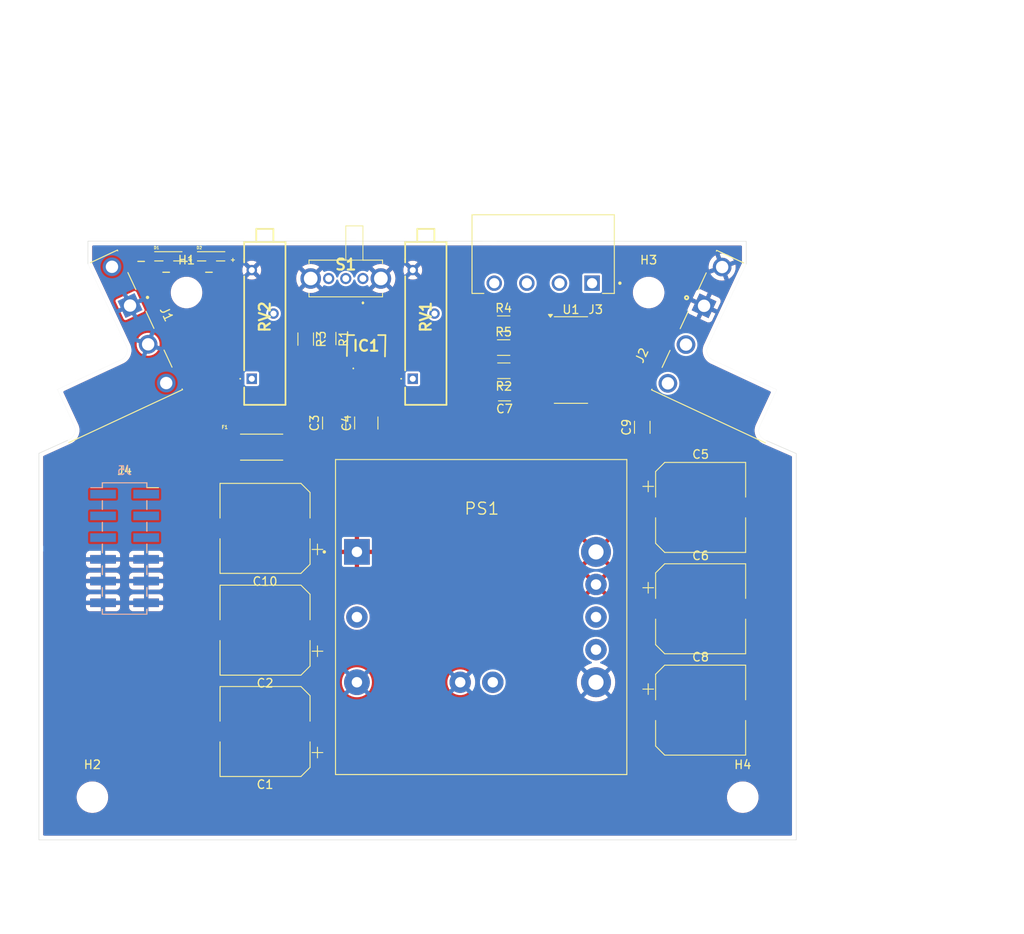
<source format=kicad_pcb>
(kicad_pcb (version 20240108) (generator "pcbnew") (generator_version "8.0")
  (layers (0 "F.Cu" signal) (31 "B.Cu" signal) (34 "B.Paste" user) (35 "F.Paste" user) (36 "B.SilkS" user "B.Silkscreen") (37 "F.SilkS" user "F.Silkscreen") (38 "B.Mask" user) (39 "F.Mask" user) (44 "Edge.Cuts" user))
  (net 0 "")
  (net 1 "GND")
  (net 2 "/PWR OUT")
  (net 3 "/Trim")
  (net 4 "/~{PWR ENABLE}")
  (net 5 "Net-(S1-NO)")
  (net 8 "Net-(S1-NC)")
  (net 9 "/PWR_IN_PROT")
  (net 10 "/I_MON")
  (net 11 "/PWR_IN")
  (net 12 "+5V")
  (net 13 "Net-(PS1-CURRENT_MONITOR)")
  (net 14 "Net-(D1-A)")
  (net 15 "Net-(D2-A)")
  (net 16 "/~{PWR_GOOD}")
  (net 17 "Net-(R1-Pad2)")
  (net 18 "Net-(R3-Pad2)")
  (net 19 "Net-(R4-Pad2)")
  (net 22 "Net-(U1-Pad4)")
  (footprint "PSA:AZ7042RTRG1" (layer "F.Cu") (at 139.99 77.825)
    (property "Reference" "IC1" (at 0 0 0) (layer "F.SilkS") (effects (font (size 1.27 1.27) (thickness 0.254))))
    (property "Value" "ZXTR2005Z-13" (hide yes))
    (fp_line (start -2.2 -1.25) (end -2.25 1.2) (stroke (width 0.2)) (layer "F.SilkS"))
    (fp_line (start -1.5 2.6) (end -1.5 2.6) (stroke (width 0.1)) (layer "F.SilkS"))
    (fp_line (start -1.5 2.7) (end -1.5 2.7) (stroke (width 0.1)) (layer "F.SilkS"))
    (fp_line (start -1.4 -1.25) (end -2.2 -1.25) (stroke (width 0.2)) (layer "F.SilkS"))
    (fp_line (start 1.4 -1.25) (end 2.25 -1.25) (stroke (width 0.2)) (layer "F.SilkS"))
    (fp_line (start 2.25 -1.25) (end 2.2 1.25) (stroke (width 0.2)) (layer "F.SilkS"))
    (fp_arc (start -1.5 2.6) (mid -1.45 2.65) (end -1.5 2.7) (stroke (width 0.1)) (layer "F.SilkS"))
    (fp_arc (start -1.5 2.7) (mid -1.55 2.65) (end -1.5 2.6) (stroke (width 0.1)) (layer "F.SilkS"))
    (pad "1" smd rect (at -1.5 1.4) (size 0.58 1.73) (layers "F.Cu" "F.Paste" "F.Mask") (net 1 "GND"))
    (pad "2" smd rect (at 0 1.515) (size 0.76 1.5) (layers "F.Cu" "F.Paste" "F.Mask") (net 9 "/PWR_IN_PROT"))
    (pad "3" smd rect (at 1.5 1.4) (size 0.58 1.73) (layers "F.Cu" "F.Paste" "F.Mask") (net 12 "+5V"))
    (pad "4" smd rect (at 0 -0.75) (size 1.933 3.03) (layers "F.Cu" "F.Paste" "F.Mask") (net 9 "/PWR_IN_PROT"))
  )
  (footprint "MountingHole:MountingHole_3.2mm_M3_DIN965" (layer "F.Cu") (at 119 71.6)
    (property "Reference" "H1" (at 0 -3.8 0) (layer "F.SilkS"))
    (property "Value" "MountingHole")
    (pad "" np_thru_hole circle (at 0 0) (size 3.2 3.2) (drill 3.2) (layers "*.Cu" "*.Mask"))
  )
  (footprint "PSA:LED_155124RV73200" (layer "F.Cu") (at 116.875 67.375)
    (property "Reference" "D1" (at -1.38603 -1.004671 0) (layer "F.SilkS") (effects (font (size 0.320469 0.320469) (thickness 0.080117))))
    (property "Value" "LED GRN")
    (fp_line (start -1.6 -0.55) (end 1.6 -0.55) (stroke (width 0.127)) (layer "F.SilkS"))
    (fp_line (start -1.6 0.53) (end -0.62 0.53) (stroke (width 0.127)) (layer "F.SilkS"))
    (fp_line (start 1.6 0.53) (end 0.62 0.53) (stroke (width 0.127)) (layer "F.SilkS"))
    (fp_text user "-" (at -0.254221 1.77955 0) (layer "F.SilkS") (effects (font (size 1.000874 1.000874))))
    (fp_text user "+" (at 2.54142 0.381213 0) (layer "F.SilkS") (effects (font (size 0.480269 0.480269))))
    (fp_text user "-" (at -3.17846 0.508553 0) (layer "F.SilkS") (effects (font (size 1.001087 1.001087))))
    (pad "1" smd rect (at 0 0.4) (size 0.9 0.7) (layers "F.Cu" "F.Paste" "F.Mask") (net 1 "GND"))
    (pad "2" smd rect (at 1.5 0) (size 1.2 0.7) (layers "F.Cu" "F.Paste" "F.Mask") (net 14 "Net-(D1-A)"))
    (pad "3" smd rect (at -1.5 0) (size 1.2 0.7) (layers "F.Cu" "F.Paste" "F.Mask"))
  )
  (footprint "Resistor_SMD:R_1206_3216Metric" (layer "F.Cu") (at 156.055 78.035)
    (property "Reference" "R5" (at 0 -1.82 0) (layer "F.SilkS"))
    (property "Value" "10k")
    (fp_line (start -0.727064 -0.91) (end 0.727064 -0.91) (stroke (width 0.12)) (layer "F.SilkS"))
    (fp_line (start -0.727064 0.91) (end 0.727064 0.91) (stroke (width 0.12)) (layer "F.SilkS"))
    (pad "1" smd roundrect (at -1.4625 0) (size 1.125 1.75) (layers "F.Cu" "F.Paste" "F.Mask") (roundrect_rratio 0.222222) (net 19 "Net-(R4-Pad2)"))
    (pad "2" smd roundrect (at 1.4625 0) (size 1.125 1.75) (layers "F.Cu" "F.Paste" "F.Mask") (roundrect_rratio 0.222222) (net 12 "+5V"))
  )
  (footprint "Capacitor_SMD:C_1206_3216Metric" (layer "F.Cu") (at 172.255 87.355 90)
    (property "Reference" "C9" (at 0 -1.85 270) (layer "F.SilkS"))
    (property "Value" "0.1uF")
    (fp_line (start -0.711252 -0.91) (end 0.711252 -0.91) (stroke (width 0.12)) (layer "F.SilkS"))
    (fp_line (start -0.711252 0.91) (end 0.711252 0.91) (stroke (width 0.12)) (layer "F.SilkS"))
    (pad "1" smd roundrect (at -1.475 0 90) (size 1.15 1.8) (layers "F.Cu" "F.Paste" "F.Mask") (roundrect_rratio 0.217391) (net 2 "/PWR OUT"))
    (pad "2" smd roundrect (at 1.475 0 90) (size 1.15 1.8) (layers "F.Cu" "F.Paste" "F.Mask") (roundrect_rratio 0.217391) (net 1 "GND"))
  )
  (footprint "Package_SO:SOIC-14-16_3.9x9.9mm_P1.27mm" (layer "F.Cu") (at 163.925 79.49)
    (property "Reference" "U1" (at 0 -5.9 360) (layer "F.SilkS"))
    (property "Value" "74HC04")
    (fp_line (start 0 -5.06) (end -1.95 -5.06) (stroke (width 0.12)) (layer "F.SilkS"))
    (fp_line (start 0 -5.06) (end 1.95 -5.06) (stroke (width 0.12)) (layer "F.SilkS"))
    (fp_line (start 0 5.06) (end -1.95 5.06) (stroke (width 0.12)) (layer "F.SilkS"))
    (fp_line (start 0 5.06) (end 1.95 5.06) (stroke (width 0.12)) (layer "F.SilkS"))
    (fp_poly (pts (xy -2.4 -5) (xy -2.64 -5.33) (xy -2.16 -5.33) (xy -2.4 -5)) (stroke (width 0.12)) (fill solid) (layer "F.SilkS"))
    (pad "1" smd roundrect (at -2.475 -4.445) (size 1.95 0.6) (layers "F.Cu" "F.Paste" "F.Mask") (net 16 "/~{PWR_GOOD}"))
    (pad "3" smd roundrect (at -2.475 -1.905) (size 1.95 0.6) (layers "F.Cu" "F.Paste" "F.Mask") (net 16 "/~{PWR_GOOD}"))
    (pad "4" smd roundrect (at -2.475 -0.635) (size 1.95 0.6) (layers "F.Cu" "F.Paste" "F.Mask") (net 22 "Net-(U1-Pad4)"))
    (pad "5" smd roundrect (at -2.475 0.635) (size 1.95 0.6) (layers "F.Cu" "F.Paste" "F.Mask") (net 22 "Net-(U1-Pad4)"))
    (pad "6" smd roundrect (at -2.475 1.905) (size 1.95 0.6) (layers "F.Cu" "F.Paste" "F.Mask") (net 18 "Net-(R3-Pad2)"))
    (pad "7" smd roundrect (at -2.475 3.175) (size 1.95 0.6) (layers "F.Cu" "F.Paste" "F.Mask") (net 1 "GND"))
    (pad "8" smd roundrect (at -2.475 4.445) (size 1.95 0.6) (layers "F.Cu" "F.Paste" "F.Mask"))
    (pad "9" smd roundrect (at 2.475 4.445) (size 1.95 0.6) (layers "F.Cu" "F.Paste" "F.Mask"))
    (pad "10" smd roundrect (at 2.475 3.175) (size 1.95 0.6) (layers "F.Cu" "F.Paste" "F.Mask"))
    (pad "11" smd roundrect (at 2.475 1.905) (size 1.95 0.6) (layers "F.Cu" "F.Paste" "F.Mask"))
    (pad "12" smd roundrect (at 2.475 0.635) (size 1.95 0.6) (layers "F.Cu" "F.Paste" "F.Mask"))
    (pad "14" smd roundrect (at 2.475 -1.905) (size 1.95 0.6) (layers "F.Cu" "F.Paste" "F.Mask") (net 12 "+5V"))
    (pad "15" smd roundrect (at 2.475 -3.175) (size 1.95 0.6) (layers "F.Cu" "F.Paste" "F.Mask"))
    (pad "16" smd roundrect (at 2.475 -4.445) (size 1.95 0.6) (layers "F.Cu" "F.Paste" "F.Mask"))
  )
  (footprint "Resistor_SMD:R_1206_3216Metric" (layer "F.Cu") (at 135.545 76.975 -90)
    (property "Reference" "R1" (at 0 -1.82 90) (layer "F.SilkS"))
    (property "Value" "1k")
    (fp_line (start -0.727064 0.91) (end 0.727064 0.91) (stroke (width 0.12)) (layer "F.SilkS"))
    (fp_line (start -0.727064 -0.91) (end 0.727064 -0.91) (stroke (width 0.12)) (layer "F.SilkS"))
    (pad "1" smd roundrect (at -1.4625 0 270) (size 1.125 1.75) (layers "F.Cu" "F.Paste" "F.Mask") (roundrect_rratio 0.222222) (net 14 "Net-(D1-A)"))
    (pad "2" smd roundrect (at 1.4625 0 270) (size 1.125 1.75) (layers "F.Cu" "F.Paste" "F.Mask") (roundrect_rratio 0.222222) (net 17 "Net-(R1-Pad2)"))
  )
  (footprint "PSA:3009P1154LF" (layer "F.Cu") (at 145.437 81.681 90)
    (property "Reference" "RV1" (at 7.235 1.525 270) (layer "F.SilkS") (effects (font (size 1.27 1.27) (thickness 0.254))))
    (property "Value" "4k" (hide yes))
    (fp_line (start 0 -1.4) (end 0 -1.4) (stroke (width 0.1)) (layer "F.SilkS"))
    (fp_line (start 0 -1.3) (end 0 -1.3) (stroke (width 0.1)) (layer "F.SilkS"))
    (fp_line (start 16 -0.89) (end 16 3.94) (stroke (width 0.2)) (layer "F.SilkS"))
    (fp_line (start 14 -0.89) (end 13.6 -0.89) (stroke (width 0.2)) (layer "F.SilkS"))
    (fp_line (start 13.975 -0.89) (end 16 -0.89) (stroke (width 0.2)) (layer "F.SilkS"))
    (fp_line (start 0.975 -0.89) (end 11.975 -0.89) (stroke (width 0.2)) (layer "F.SilkS"))
    (fp_line (start -3.05 -0.89) (end -1.025 -0.89) (stroke (width 0.2)) (layer "F.SilkS"))
    (fp_line (start 17.52 0.525) (end 16 0.525) (stroke (width 0.2)) (layer "F.SilkS"))
    (fp_line (start 17.52 2.525) (end 17.52 0.525) (stroke (width 0.2)) (layer "F.SilkS"))
    (fp_line (start 16 2.525) (end 17.52 2.525) (stroke (width 0.2)) (layer "F.SilkS"))
    (fp_line (start 16 3.94) (end -3.05 3.94) (stroke (width 0.2)) (layer "F.SilkS"))
    (fp_line (start -3.05 3.94) (end -3.05 -0.89) (stroke (width 0.2)) (layer "F.SilkS"))
    (fp_arc (start 0 -1.4) (mid 0.05 -1.35) (end 0 -1.3) (stroke (width 0.1)) (layer "F.SilkS"))
    (fp_arc (start 0 -1.3) (mid -0.05 -1.35) (end 0 -1.4) (stroke (width 0.1)) (layer "F.SilkS"))
    (pad "1" thru_hole rect (at 0 0 90) (size 1.217 1.217) (drill 0.71) (layers "*.Cu" "*.Mask"))
    (pad "2" thru_hole circle (at 7.62 2.54 90) (size 1.217 1.217) (drill 0.71) (layers "*.Cu" "*.Mask") (net 5 "Net-(S1-NO)"))
    (pad "3" thru_hole circle (at 12.7 0 90) (size 1.217 1.217) (drill 0.71) (layers "*.Cu" "*.Mask") (net 1 "GND"))
  )
  (footprint "Resistor_SMD:R_1206_3216Metric" (layer "F.Cu") (at 156.055 75.245)
    (property "Reference" "R4" (at 0 -1.82 0) (layer "F.SilkS"))
    (property "Value" "10k")
    (fp_line (start -0.727064 -0.91) (end 0.727064 -0.91) (stroke (width 0.12)) (layer "F.SilkS"))
    (fp_line (start -0.727064 0.91) (end 0.727064 0.91) (stroke (width 0.12)) (layer "F.SilkS"))
    (pad "1" smd roundrect (at -1.4625 0) (size 1.125 1.75) (layers "F.Cu" "F.Paste" "F.Mask") (roundrect_rratio 0.222222) (net 16 "/~{PWR_GOOD}"))
    (pad "2" smd roundrect (at 1.4625 0) (size 1.125 1.75) (layers "F.Cu" "F.Paste" "F.Mask") (roundrect_rratio 0.222222) (net 19 "Net-(R4-Pad2)"))
  )
  (footprint "PSA:CONV_I7C4W008A120V-0C3-R" (layer "F.Cu") (at 138.91 101.925)
    (property "Reference" "PS1" (at 14.596 -5.06 180) (layer "F.SilkS") (effects (font (size 1.4 1.4))))
    (property "Value" "I7C4W008A120V-0C3-R")
    (fp_line (start -2.5 -10.8) (end -2.5 26.03) (stroke (width 0.127)) (layer "F.SilkS"))
    (fp_line (start -2.5 26.03) (end 31.54 26.03) (stroke (width 0.127)) (layer "F.SilkS"))
    (fp_line (start 31.54 -10.8) (end -2.5 -10.8) (stroke (width 0.127)) (layer "F.SilkS"))
    (fp_line (start 31.54 26.03) (end 31.54 -10.8) (stroke (width 0.127)) (layer "F.SilkS"))
    (fp_circle (center -3.81 0) (end -3.71 0) (stroke (width 0.2)) (fill none) (layer "F.SilkS"))
    (pad "1" thru_hole rect (at 0 0) (size 3 3) (drill 1.22) (layers "*.Cu" "*.Mask") (net 9 "/PWR_IN_PROT"))
    (pad "2" thru_hole circle (at 0 7.62) (size 2.5 2.5) (drill 1.22) (layers "*.Cu" "*.Mask") (net 4 "/~{PWR ENABLE}"))
    (pad "3" thru_hole circle (at 0 15.24) (size 3 3) (drill 1.22) (layers "*.Cu" "*.Mask") (net 1 "GND"))
    (pad "4" thru_hole circle (at 27.94 15.24) (size 3.5 3.5) (drill 1.77) (layers "*.Cu" "*.Mask") (net 1 "GND"))
    (pad "5" thru_hole circle (at 27.94 11.43) (size 2.5 2.5) (drill 1.22) (layers "*.Cu" "*.Mask") (net 16 "/~{PWR_GOOD}"))
    (pad "6" thru_hole circle (at 27.94 7.62) (size 2.5 2.5) (drill 1.22) (layers "*.Cu" "*.Mask") (net 3 "/Trim"))
    (pad "7" thru_hole circle (at 27.94 3.81) (size 2.5 2.5) (drill 1.22) (layers "*.Cu" "*.Mask") (net 2 "/PWR OUT"))
    (pad "8" thru_hole circle (at 27.94 0) (size 3.5 3.5) (drill 1.77) (layers "*.Cu" "*.Mask") (net 2 "/PWR OUT"))
    (pad "32" thru_hole circle (at 12.07 15.24) (size 2.5 2.5) (drill 1.22) (layers "*.Cu" "*.Mask") (net 1 "GND"))
    (pad "34" thru_hole circle (at 15.88 15.24) (size 2.5 2.5) (drill 1.22) (layers "*.Cu" "*.Mask") (net 13 "Net-(PS1-CURRENT_MONITOR)"))
  )
  (footprint "Capacitor_SMD:CP_Elec_10x12.6" (layer "F.Cu") (at 179.075 108.575)
    (property "Reference" "C6" (at 0 -6.2 0) (layer "F.SilkS"))
    (property "Value" "100uF")
    (fp_line (start -6.75 -2.46) (end -5.5 -2.46) (stroke (width 0.12)) (layer "F.SilkS"))
    (fp_line (start -6.125 -3.085) (end -6.125 -1.835) (stroke (width 0.12)) (layer "F.SilkS"))
    (fp_line (start -5.26 -4.195563) (end -5.26 -1.21) (stroke (width 0.12)) (layer "F.SilkS"))
    (fp_line (start -5.26 -4.195563) (end -4.195563 -5.26) (stroke (width 0.12)) (layer "F.SilkS"))
    (fp_line (start -5.26 4.195563) (end -5.26 1.21) (stroke (width 0.12)) (layer "F.SilkS"))
    (fp_line (start -5.26 4.195563) (end -4.195563 5.26) (stroke (width 0.12)) (layer "F.SilkS"))
    (fp_line (start -4.195563 -5.26) (end 5.26 -5.26) (stroke (width 0.12)) (layer "F.SilkS"))
    (fp_line (start -4.195563 5.26) (end 5.26 5.26) (stroke (width 0.12)) (layer "F.SilkS"))
    (fp_line (start 5.26 -5.26) (end 5.26 -1.21) (stroke (width 0.12)) (layer "F.SilkS"))
    (fp_line (start 5.26 5.26) (end 5.26 1.21) (stroke (width 0.12)) (layer "F.SilkS"))
    (pad "1" smd roundrect (at -4.35 0) (size 4.4 1.9) (layers "F.Cu" "F.Paste" "F.Mask") (roundrect_rratio 0.131579) (net 2 "/PWR OUT"))
    (pad "2" smd roundrect (at 4.35 0) (size 4.4 1.9) (layers "F.Cu" "F.Paste" "F.Mask") (roundrect_rratio 0.131579) (net 1 "GND"))
  )
  (footprint "PSA:EG1247" (layer "F.Cu") (at 139.61 69.96 180)
    (property "Reference" "S1" (at 2 1.625 180) (layer "F.SilkS") (effects (font (size 1.27 1.27) (thickness 0.254))))
    (property "Value" "EG1247" (hide yes))
    (fp_line (start 6.3 2.15) (end 6.3 2.15) (stroke (width 0.1)) (layer "F.SilkS"))
    (fp_line (start 6.3 2.15) (end 6.3 2.15) (stroke (width 0.1)) (layer "F.SilkS"))
    (fp_line (start 6.3 2.15) (end 6.3 1.75) (stroke (width 0.1)) (layer "F.SilkS"))
    (fp_line (start 6.3 2.15) (end 2 2.15) (stroke (width 0.1)) (layer "F.SilkS"))
    (fp_line (start 6.3 1.75) (end 6.3 2.15) (stroke (width 0.1)) (layer "F.SilkS"))
    (fp_line (start 6.3 1.75) (end 6.3 1.75) (stroke (width 0.1)) (layer "F.SilkS"))
    (fp_line (start 6.3 -1.75) (end 6.3 -1.75) (stroke (width 0.1)) (layer "F.SilkS"))
    (fp_line (start 6.3 -1.75) (end 6.3 -2.15) (stroke (width 0.1)) (layer "F.SilkS"))
    (fp_line (start 6.3 -2.15) (end 6.3 -1.75) (stroke (width 0.1)) (layer "F.SilkS"))
    (fp_line (start 6.3 -2.15) (end 6.3 -2.15) (stroke (width 0.1)) (layer "F.SilkS"))
    (fp_line (start 6.3 -2.15) (end 6.3 -2.15) (stroke (width 0.1)) (layer "F.SilkS"))
    (fp_line (start 6.3 -2.15) (end -2.3 -2.15) (stroke (width 0.1)) (layer "F.SilkS"))
    (fp_line (start 2 6.15) (end 0 6.15) (stroke (width 0.1)) (layer "F.SilkS"))
    (fp_line (start 2 2.15) (end 6.3 2.15) (stroke (width 0.1)) (layer "F.SilkS"))
    (fp_line (start 2 2.15) (end 2 6.15) (stroke (width 0.1)) (layer "F.SilkS"))
    (fp_line (start 2 2.15) (end 2 2.15) (stroke (width 0.1)) (layer "F.SilkS"))
    (fp_line (start 0 6.15) (end 0 2.15) (stroke (width 0.1)) (layer "F.SilkS"))
    (fp_line (start 0 2.15) (end 2 2.15) (stroke (width 0.1)) (layer "F.SilkS"))
    (fp_line (start 0 2.15) (end 0 2.15) (stroke (width 0.1)) (layer "F.SilkS"))
    (fp_line (start 0 2.15) (end -2.3 2.15) (stroke (width 0.1)) (layer "F.SilkS"))
    (fp_line (start 0 -2.8) (end 0 -2.8) (stroke (width 0.2)) (layer "F.SilkS"))
    (fp_line (start 0 -2.9) (end 0 -2.9) (stroke (width 0.2)) (layer "F.SilkS"))
    (fp_line (start 0 -2.9) (end 0 -2.9) (stroke (width 0.2)) (layer "F.SilkS"))
    (fp_line (start -2.3 2.15) (end 0 2.15) (stroke (width 0.1)) (layer "F.SilkS"))
    (fp_line (start -2.3 2.15) (end -2.3 2.15) (stroke (width 0.1)) (layer "F.SilkS"))
    (fp_line (start -2.3 2.15) (end -2.3 2.15) (stroke (width 0.1)) (layer "F.SilkS"))
    (fp_line (start -2.3 2.15) (end -2.3 1.75) (stroke (width 0.1)) (layer "F.SilkS"))
    (fp_line (start -2.3 1.75) (end -2.3 2.15) (stroke (width 0.1)) (layer "F.SilkS"))
    (fp_line (start -2.3 1.75) (end -2.3 1.75) (stroke (width 0.1)) (layer "F.SilkS"))
    (fp_line (start -2.3 -1.75) (end -2.3 -1.75) (stroke (width 0.1)) (layer "F.SilkS"))
    (fp_line (start -2.3 -1.75) (end -2.3 -2.15) (stroke (width 0.1)) (layer "F.SilkS"))
    (fp_line (start -2.3 -2.15) (end 6.3 -2.15) (stroke (width 0.1)) (layer "F.SilkS"))
    (fp_line (start -2.3 -2.15) (end -2.3 -1.75) (stroke (width 0.1)) (layer "F.SilkS"))
    (fp_line (start -2.3 -2.15) (end -2.3 -2.15) (stroke (width 0.1)) (layer "F.SilkS"))
    (fp_line (start -2.3 -2.15) (end -2.3 -2.15) (stroke (width 0.1)) (layer "F.SilkS"))
    (fp_arc (start 0 -2.8) (mid -0.05 -2.85) (end 0 -2.9) (stroke (width 0.2)) (layer "F.SilkS"))
    (fp_arc (start 0 -2.8) (mid -0.05 -2.85) (end 0 -2.9) (stroke (width 0.2)) (layer "F.SilkS"))
    (fp_arc (start 0 -2.9) (mid 0.05 -2.85) (end 0 -2.8) (stroke (width 0.2)) (layer "F.SilkS"))
    (pad "1" thru_hole circle (at 0 0 180) (size 1.3 1.3) (drill 0.8) (layers "*.Cu" "*.Mask") (net 5 "Net-(S1-NO)"))
    (pad "2" thru_hole circle (at 2 0 180) (size 1.3 1.3) (drill 0.8) (layers "*.Cu" "*.Mask") (net 3 "/Trim"))
    (pad "3" thru_hole circle (at 4 0 180) (size 1.3 1.3) (drill 0.8) (layers "*.Cu" "*.Mask") (net 8 "Net-(S1-NC)"))
    (pad "MH1" thru_hole circle (at -2.1 0 180) (size 2.4 2.4) (drill 1.6) (layers "*.Cu" "*.Mask") (net 1 "GND"))
    (pad "MH2" thru_hole circle (at 6.1 0 180) (size 2.4 2.4) (drill 1.6) (layers "*.Cu" "*.Mask") (net 1 "GND"))
  )
  (footprint "PSA:PHOENIX_2907787" (layer "F.Cu") (at 186.625 89.175 65)
    (property "Reference" "J2" (at 3.175 -17.385 65) (layer "F.SilkS"))
    (property "Value" "Screw_Terminal_01x04")
    (fp_line (start 0 -14.65) (end 0.099 -14.65) (stroke (width 0.127)) (layer "F.SilkS"))
    (fp_line (start 2.900999 -14.65) (end 5.099 -14.65) (stroke (width 0.127)) (layer "F.SilkS"))
    (fp_line (start 7.901 -14.65) (end 10.099 -14.65) (stroke (width 0.127)) (layer "F.SilkS"))
    (fp_line (start 12.901 -14.65) (end 15.099 -14.65) (stroke (width 0.127)) (layer "F.SilkS"))
    (fp_line (start 17.901 -14.65) (end 18 -14.65) (stroke (width 0.127)) (layer "F.SilkS"))
    (fp_line (start 18 -14.65) (end 18 -11.17) (stroke (width 0.127)) (layer "F.SilkS"))
    (fp_line (start 0 0) (end 0 -14.65) (stroke (width 0.127)) (layer "F.SilkS"))
    (fp_circle (center 11.5 -15.5) (end 11.6 -15.5) (stroke (width 0.2)) (fill none) (layer "F.SilkS"))
    (fp_line (start 6.2 -9.65) (end 6.2 -1.4) (stroke (width 0.01)) (layer "Edge.Cuts"))
    (fp_line (start 18 -10.85) (end 7.4 -10.85) (stroke (width 0.01)) (layer "Edge.Cuts"))
    (fp_line (start 0.3 -0.2) (end 0.299999 0) (stroke (width 0.01)) (layer "Edge.Cuts"))
    (fp_line (start 6.2 -1.4) (end 1.5 -1.4) (stroke (width 0.01)) (layer "Edge.Cuts"))
    (fp_arc (start 6.2 -9.65) (mid 6.551472 -10.498528) (end 7.4 -10.85) (stroke (width 0.01)) (layer "Edge.Cuts"))
    (fp_arc (start 0.3 -0.2) (mid 0.651472 -1.048528) (end 1.5 -1.4) (stroke (width 0.01)) (layer "Edge.Cuts"))
    (pad "1" thru_hole rect (at 11.500001 -13.25 65) (size 2.175 2.175) (drill 1.45) (layers "*.Cu" "*.Mask") (net 1 "GND"))
    (pad "2" thru_hole circle (at 16.5 -13.25 65) (size 2.175 2.175) (drill 1.45) (layers "*.Cu" "*.Mask") (net 1 "GND"))
    (pad "3" thru_hole circle (at 6.500001 -13.25 65) (size 2.175 2.175) (drill 1.45) (layers "*.Cu" "*.Mask") (net 2 "/PWR OUT"))
    (pad "4" thru_hole circle (at 1.5 -13.25 65) (size 2.175 2.175) (drill 1.45) (layers "*.Cu" "*.Mask") (net 2 "/PWR OUT"))
  )
  (footprint "Resistor_SMD:R_1206_3216Metric" (layer "F.Cu") (at 132.925 77.045 -90)
    (property "Reference" "R3" (at 0 -1.82 90) (layer "F.SilkS"))
    (property "Value" "1k")
    (fp_line (start -0.727064 0.91) (end 0.727064 0.91) (stroke (width 0.12)) (layer "F.SilkS"))
    (fp_line (start -0.727064 -0.91) (end 0.727064 -0.91) (stroke (width 0.12)) (layer "F.SilkS"))
    (pad "1" smd roundrect (at -1.4625 0 270) (size 1.125 1.75) (layers "F.Cu" "F.Paste" "F.Mask") (roundrect_rratio 0.222222) (net 15 "Net-(D2-A)"))
    (pad "2" smd roundrect (at 1.4625 0 270) (size 1.125 1.75) (layers "F.Cu" "F.Paste" "F.Mask") (roundrect_rratio 0.222222) (net 18 "Net-(R3-Pad2)"))
  )
  (footprint "Resistor_SMD:R_1206_3216Metric" (layer "F.Cu") (at 156.085 80.745 180)
    (property "Reference" "R2" (at 0 -1.82 180) (layer "F.SilkS"))
    (property "Value" "1k")
    (fp_line (start -0.727064 0.91) (end 0.727064 0.91) (stroke (width 0.12)) (layer "F.SilkS"))
    (fp_line (start -0.727064 -0.91) (end 0.727064 -0.91) (stroke (width 0.12)) (layer "F.SilkS"))
    (pad "1" smd roundrect (at -1.4625 0 180) (size 1.125 1.75) (layers "F.Cu" "F.Paste" "F.Mask") (roundrect_rratio 0.222222) (net 10 "/I_MON"))
    (pad "2" smd roundrect (at 1.4625 0 180) (size 1.125 1.75) (layers "F.Cu" "F.Paste" "F.Mask") (roundrect_rratio 0.222222) (net 13 "Net-(PS1-CURRENT_MONITOR)"))
  )
  (footprint "Capacitor_SMD:CP_Elec_10x12.6" (layer "F.Cu") (at 179.075 96.725)
    (property "Reference" "C5" (at 0 -6.2 0) (layer "F.SilkS"))
    (property "Value" "100uF")
    (fp_line (start -6.75 -2.46) (end -5.5 -2.46) (stroke (width 0.12)) (layer "F.SilkS"))
    (fp_line (start -6.125 -3.085) (end -6.125 -1.835) (stroke (width 0.12)) (layer "F.SilkS"))
    (fp_line (start -5.26 -4.195563) (end -5.26 -1.21) (stroke (width 0.12)) (layer "F.SilkS"))
    (fp_line (start -5.26 -4.195563) (end -4.195563 -5.26) (stroke (width 0.12)) (layer "F.SilkS"))
    (fp_line (start -5.26 4.195563) (end -5.26 1.21) (stroke (width 0.12)) (layer "F.SilkS"))
    (fp_line (start -5.26 4.195563) (end -4.195563 5.26) (stroke (width 0.12)) (layer "F.SilkS"))
    (fp_line (start -4.195563 -5.26) (end 5.26 -5.26) (stroke (width 0.12)) (layer "F.SilkS"))
    (fp_line (start -4.195563 5.26) (end 5.26 5.26) (stroke (width 0.12)) (layer "F.SilkS"))
    (fp_line (start 5.26 -5.26) (end 5.26 -1.21) (stroke (width 0.12)) (layer "F.SilkS"))
    (fp_line (start 5.26 5.26) (end 5.26 1.21) (stroke (width 0.12)) (layer "F.SilkS"))
    (pad "1" smd roundrect (at -4.35 0) (size 4.4 1.9) (layers "F.Cu" "F.Paste" "F.Mask") (roundrect_rratio 0.131579) (net 2 "/PWR OUT"))
    (pad "2" smd roundrect (at 4.35 0) (size 4.4 1.9) (layers "F.Cu" "F.Paste" "F.Mask") (roundrect_rratio 0.131579) (net 1 "GND"))
  )
  (footprint "MountingHole:MountingHole_3.2mm_M3_DIN965" (layer "F.Cu") (at 108 130.6)
    (property "Reference" "H2" (at 0 -3.8 0) (layer "F.SilkS"))
    (property "Value" "MountingHole")
    (pad "" np_thru_hole circle (at 0 0) (size 3.2 3.2) (drill 3.2) (layers "*.Cu" "*.Mask"))
  )
  (footprint "PSA:FUSC9830X318N" (layer "F.Cu") (at 127.775 89.675)
    (property "Reference" "F1" (at -4.31 -2.33 360) (layer "F.SilkS") (effects (font (size 0.393701 0.393701))))
    (property "Value" "Fuse")
    (fp_line (start -2.47 -1.52) (end 2.47 -1.52) (stroke (width 0.127)) (layer "F.SilkS"))
    (fp_line (start -2.47 1.52) (end 2.47 1.52) (stroke (width 0.127)) (layer "F.SilkS"))
    (pad "1" smd rect (at -4.047 0) (size 2.62 3.2) (layers "F.Cu" "F.Paste" "F.Mask") (net 11 "/PWR_IN"))
    (pad "2" smd rect (at 4.047 0) (size 2.62 3.2) (layers "F.Cu" "F.Paste" "F.Mask") (net 9 "/PWR_IN_PROT"))
  )
  (footprint "Capacitor_SMD:C_1210_3225Metric" (layer "F.Cu") (at 136.255 86.855 90)
    (property "Reference" "C3" (at 0 -2.3 270) (layer "F.SilkS"))
    (property "Value" "10uF")
    (fp_line (start -0.711252 -1.36) (end 0.711252 -1.36) (stroke (width 0.12)) (layer "F.SilkS"))
    (fp_line (start -0.711252 1.36) (end 0.711252 1.36) (stroke (width 0.12)) (layer "F.SilkS"))
    (pad "1" smd roundrect (at -1.475 0 90) (size 1.15 2.7) (layers "F.Cu" "F.Paste" "F.Mask") (roundrect_rratio 0.217391) (net 9 "/PWR_IN_PROT"))
    (pad "2" smd roundrect (at 1.475 0 90) (size 1.15 2.7) (layers "F.Cu" "F.Paste" "F.Mask") (roundrect_rratio 0.217391) (net 1 "GND"))
  )
  (footprint "Capacitor_SMD:CP_Elec_10x12.6" (layer "F.Cu") (at 179.075 120.425)
    (property "Reference" "C8" (at 0 -6.2 0) (layer "F.SilkS"))
    (property "Value" "100uF")
    (fp_line (start -6.75 -2.46) (end -5.5 -2.46) (stroke (width 0.12)) (layer "F.SilkS"))
    (fp_line (start -6.125 -3.085) (end -6.125 -1.835) (stroke (width 0.12)) (layer "F.SilkS"))
    (fp_line (start -5.26 -4.195563) (end -5.26 -1.21) (stroke (width 0.12)) (layer "F.SilkS"))
    (fp_line (start -5.26 -4.195563) (end -4.195563 -5.26) (stroke (width 0.12)) (layer "F.SilkS"))
    (fp_line (start -5.26 4.195563) (end -5.26 1.21) (stroke (width 0.12)) (layer "F.SilkS"))
    (fp_line (start -5.26 4.195563) (end -4.195563 5.26) (stroke (width 0.12)) (layer "F.SilkS"))
    (fp_line (start -4.195563 -5.26) (end 5.26 -5.26) (stroke (width 0.12)) (layer "F.SilkS"))
    (fp_line (start -4.195563 5.26) (end 5.26 5.26) (stroke (width 0.12)) (layer "F.SilkS"))
    (fp_line (start 5.26 -5.26) (end 5.26 -1.21) (stroke (width 0.12)) (layer "F.SilkS"))
    (fp_line (start 5.26 5.26) (end 5.26 1.21) (stroke (width 0.12)) (layer "F.SilkS"))
    (pad "1" smd roundrect (at -4.35 0) (size 4.4 1.9) (layers "F.Cu" "F.Paste" "F.Mask") (roundrect_rratio 0.131579) (net 2 "/PWR OUT"))
    (pad "2" smd roundrect (at 4.35 0) (size 4.4 1.9) (layers "F.Cu" "F.Paste" "F.Mask") (roundrect_rratio 0.131579) (net 1 "GND"))
  )
  (footprint "MountingHole:MountingHole_3.2mm_M3_DIN965" (layer "F.Cu") (at 173 71.6)
    (property "Reference" "H3" (at 0 -3.8 0) (layer "F.SilkS"))
    (property "Value" "MountingHole")
    (pad "" np_thru_hole circle (at 0 0) (size 3.2 3.2) (drill 3.2) (layers "*.Cu" "*.Mask"))
  )
  (footprint "Connector_PinSocket_2.54mm:PinSocket_2x06_P2.54mm_Vertical_SMD" (layer "F.Cu") (at 111.765 101.525)
    (property "Reference" "J4" (at 0 -9.12 0) (layer "F.SilkS"))
    (property "Value" "Conn_02x06_Top_Bottom")
    (fp_line (start -2.6 -7.68) (end -2.6 -7.11) (stroke (width 0.12)) (layer "F.SilkS"))
    (fp_line (start -2.6 -7.68) (end 2.6 -7.68) (stroke (width 0.12)) (layer "F.SilkS"))
    (fp_line (start -2.6 -5.59) (end -2.6 -4.57) (stroke (width 0.12)) (layer "F.SilkS"))
    (fp_line (start -2.6 -3.05) (end -2.6 -2.03) (stroke (width 0.12)) (layer "F.SilkS"))
    (fp_line (start -2.6 -0.51) (end -2.6 0.51) (stroke (width 0.12)) (layer "F.SilkS"))
    (fp_line (start -2.6 2.03) (end -2.6 3.05) (stroke (width 0.12)) (layer "F.SilkS"))
    (fp_line (start -2.6 4.57) (end -2.6 5.59) (stroke (width 0.12)) (layer "F.SilkS"))
    (fp_line (start -2.6 7.11) (end -2.6 7.68) (stroke (width 0.12)) (layer "F.SilkS"))
    (fp_line (start -2.6 7.68) (end 2.6 7.68) (stroke (width 0.12)) (layer "F.SilkS"))
    (fp_line (start 2.6 -7.68) (end 2.6 -7.11) (stroke (width 0.12)) (layer "F.SilkS"))
    (fp_line (start 2.6 -7.11) (end 3.96 -7.11) (stroke (width 0.12)) (layer "F.SilkS"))
    (fp_line (start 2.6 -5.59) (end 2.6 -4.57) (stroke (width 0.12)) (layer "F.SilkS"))
    (fp_line (start 2.6 -3.05) (end 2.6 -2.03) (stroke (width 0.12)) (layer "F.SilkS"))
    (fp_line (start 2.6 -0.51) (end 2.6 0.51) (stroke (width 0.12)) (layer "F.SilkS"))
    (fp_line (start 2.6 2.03) (end 2.6 3.05) (stroke (width 0.12)) (layer "F.SilkS"))
    (fp_line (start 2.6 4.57) (end 2.6 5.59) (stroke (width 0.12)) (layer "F.SilkS"))
    (fp_line (start 2.6 7.11) (end 2.6 7.68) (stroke (width 0.12)) (layer "F.SilkS"))
    (pad "1" smd rect (at 2.52 -6.35) (size 3 1) (layers "F.Cu" "F.Paste" "F.Mask") (net 11 "/PWR_IN"))
    (pad "2" smd rect (at -2.52 -6.35) (size 3 1) (layers "F.Cu" "F.Paste" "F.Mask") (net 11 "/PWR_IN"))
    (pad "3" smd rect (at 2.52 -3.81) (size 3 1) (layers "F.Cu" "F.Paste" "F.Mask") (net 11 "/PWR_IN"))
    (pad "4" smd rect (at -2.52 -3.81) (size 3 1) (layers "F.Cu" "F.Paste" "F.Mask") (net 11 "/PWR_IN"))
    (pad "5" smd rect (at 2.52 -1.27) (size 3 1) (layers "F.Cu" "F.Paste" "F.Mask") (net 11 "/PWR_IN"))
    (pad "6" smd rect (at -2.52 -1.27) (size 3 1) (layers "F.Cu" "F.Paste" "F.Mask") (net 11 "/PWR_IN"))
    (pad "7" smd rect (at 2.52 1.27) (size 3 1) (layers "F.Cu" "F.Paste" "F.Mask") (net 1 "GND"))
    (pad "8" smd rect (at -2.52 1.27) (size 3 1) (layers "F.Cu" "F.Paste" "F.Mask") (net 1 "GND"))
    (pad "9" smd rect (at 2.52 3.81) (size 3 1) (layers "F.Cu" "F.Paste" "F.Mask") (net 1 "GND"))
    (pad "10" smd rect (at -2.52 3.81) (size 3 1) (layers "F.Cu" "F.Paste" "F.Mask") (net 1 "GND"))
    (pad "11" smd rect (at 2.52 6.35) (size 3 1) (layers "F.Cu" "F.Paste" "F.Mask") (net 1 "GND"))
    (pad "12" smd rect (at -2.52 6.35) (size 3 1) (layers "F.Cu" "F.Paste" "F.Mask") (net 1 "GND"))
  )
  (footprint "Capacitor_SMD:C_1206_3216Metric" (layer "F.Cu") (at 156.155 83.355 180)
    (property "Reference" "C7" (at 0 -1.85 180) (layer "F.SilkS"))
    (property "Value" "0.1uF")
    (fp_line (start -0.711252 0.91) (end 0.711252 0.91) (stroke (width 0.12)) (layer "F.SilkS"))
    (fp_line (start -0.711252 -0.91) (end 0.711252 -0.91) (stroke (width 0.12)) (layer "F.SilkS"))
    (pad "1" smd roundrect (at -1.475 0 180) (size 1.15 1.8) (layers "F.Cu" "F.Paste" "F.Mask") (roundrect_rratio 0.217391) (net 10 "/I_MON"))
    (pad "2" smd roundrect (at 1.475 0 180) (size 1.15 1.8) (layers "F.Cu" "F.Paste" "F.Mask") (roundrect_rratio 0.217391) (net 1 "GND"))
  )
  (footprint "Capacitor_SMD:C_1210_3225Metric" (layer "F.Cu") (at 140.005 86.855 90)
    (property "Reference" "C4" (at 0 -2.3 270) (layer "F.SilkS"))
    (property "Value" "10uF")
    (fp_line (start -0.711252 -1.36) (end 0.711252 -1.36) (stroke (width 0.12)) (layer "F.SilkS"))
    (fp_line (start -0.711252 1.36) (end 0.711252 1.36) (stroke (width 0.12)) (layer "F.SilkS"))
    (pad "1" smd roundrect (at -1.475 0 90) (size 1.15 2.7) (layers "F.Cu" "F.Paste" "F.Mask") (roundrect_rratio 0.217391) (net 9 "/PWR_IN_PROT"))
    (pad "2" smd roundrect (at 1.475 0 90) (size 1.15 2.7) (layers "F.Cu" "F.Paste" "F.Mask") (roundrect_rratio 0.217391) (net 1 "GND"))
  )
  (footprint "PSA:PHOENIX_1803293" (layer "F.Cu") (at 168.99 62.505 180)
    (property "Reference" "J3" (at 2.175 -11.085 180) (layer "F.SilkS"))
    (property "Value" "Conn_01x04_Socket")
    (fp_line (start 16.63 -9.2) (end 16.63 0) (stroke (width 0.127)) (layer "F.SilkS"))
    (fp_line (start 15.25 -9.2) (end 16.63 -9.2) (stroke (width 0.127)) (layer "F.SilkS"))
    (fp_line (start 0 0) (end 16.63 0) (stroke (width 0.127)) (layer "F.SilkS"))
    (fp_line (start 0 0) (end 0 -9.2) (stroke (width 0.127)) (layer "F.SilkS"))
    (fp_line (start 0 -9.2) (end 1.38 -9.2) (stroke (width 0.127)) (layer "F.SilkS"))
    (fp_circle (center -0.65 -8) (end -0.55 -8) (stroke (width 0.2)) (fill none) (layer "F.SilkS"))
    (pad "01" thru_hole rect (at 2.6 -8 180) (size 1.8 1.8) (drill 1.2) (layers "*.Cu" "*.Mask"))
    (pad "02" thru_hole circle (at 6.41 -8 180) (size 1.8 1.8) (drill 1.2) (layers "*.Cu" "*.Mask"))
    (pad "03" thru_hole circle (at 10.22 -8 180) (size 1.8 1.8) (drill 1.2) (layers "*.Cu" "*.Mask"))
    (pad "04" thru_hole circle (at 14.03 -8 180) (size 1.8 1.8) (drill 1.2) (layers "*.Cu" "*.Mask"))
  )
  (footprint "Capacitor_SMD:CP_Elec_10x12.6" (layer "F.Cu") (at 128.175 111.075 180)
    (property "Reference" "C2" (at 0 -6.2 180) (layer "F.SilkS"))
    (property "Value" "180uF")
    (fp_line (start 5.26 5.26) (end 5.26 1.21) (stroke (width 0.12)) (layer "F.SilkS"))
    (fp_line (start 5.26 -5.26) (end 5.26 -1.21) (stroke (width 0.12)) (layer "F.SilkS"))
    (fp_line (start -4.195563 5.26) (end 5.26 5.26) (stroke (width 0.12)) (layer "F.SilkS"))
    (fp_line (start -4.195563 -5.26) (end 5.26 -5.26) (stroke (width 0.12)) (layer "F.SilkS"))
    (fp_line (start -5.26 4.195563) (end -4.195563 5.26) (stroke (width 0.12)) (layer "F.SilkS"))
    (fp_line (start -5.26 4.195563) (end -5.26 1.21) (stroke (width 0.12)) (layer "F.SilkS"))
    (fp_line (start -5.26 -4.195563) (end -4.195563 -5.26) (stroke (width 0.12)) (layer "F.SilkS"))
    (fp_line (start -5.26 -4.195563) (end -5.26 -1.21) (stroke (width 0.12)) (layer "F.SilkS"))
    (fp_line (start -6.125 -3.085) (end -6.125 -1.835) (stroke (width 0.12)) (layer "F.SilkS"))
    (fp_line (start -6.75 -2.46) (end -5.5 -2.46) (stroke (width 0.12)) (layer "F.SilkS"))
    (pad "1" smd roundrect (at -4.35 0 180) (size 4.4 1.9) (layers "F.Cu" "F.Paste" "F.Mask") (roundrect_rratio 0.131579) (net 9 "/PWR_IN_PROT"))
    (pad "2" smd roundrect (at 4.35 0 180) (size 4.4 1.9) (layers "F.Cu" "F.Paste" "F.Mask") (roundrect_rratio 0.131579) (net 1 "GND"))
  )
  (footprint "PSA:PHOENIX_2907774" (layer "F.Cu") (at 97.645 72.83 -65)
    (property "Reference" "J1" (at 9.208348 -16.697275 115) (layer "F.SilkS"))
    (property "Value" "Screw_Terminal_01x04")
    (fp_line (start 18 0) (end 18 -14.65) (stroke (width 0.127)) (layer "F.SilkS"))
    (fp_line (start 0 -14.65) (end 0 -11.17) (stroke (width 0.127)) (layer "F.SilkS"))
    (fp_line (start 0.099 -14.65) (end 0 -14.65) (stroke (width 0.127)) (layer "F.SilkS"))
    (fp_line (start 5.099 -14.65) (end 2.901 -14.65) (stroke (width 0.127)) (layer "F.SilkS"))
    (fp_line (start 10.099 -14.65) (end 7.901 -14.65) (stroke (width 0.127)) (layer "F.SilkS"))
    (fp_line (start 15.099 -14.65) (end 12.901 -14.65) (stroke (width 0.127)) (layer "F.SilkS"))
    (fp_line (start 18 -14.65) (end 17.901 -14.65) (stroke (width 0.127)) (layer "F.SilkS"))
    (fp_circle (center 6.5 -15.499999) (end 6.6 -15.5) (stroke (width 0.2)) (fill none) (layer "F.SilkS"))
    (fp_line (start 11.8 -1.4) (end 16.5 -1.4) (stroke (width 0.01)) (layer "Edge.Cuts"))
    (fp_line (start 17.7 -0.2) (end 17.7 0) (stroke (width 0.01)) (layer "Edge.Cuts"))
    (fp_line (start 0 -10.849999) (end 10.6 -10.85) (stroke (width 0.01)) (layer "Edge.Cuts"))
    (fp_line (start 11.8 -9.65) (end 11.8 -1.4) (stroke (width 0.01)) (layer "Edge.Cuts"))
    (fp_arc (start 16.5 -1.4) (mid 17.348528 -1.048528) (end 17.7 -0.2) (stroke (width 0.01)) (layer "Edge.Cuts"))
    (fp_arc (start 10.6 -10.85) (mid 11.448528 -10.498528) (end 11.8 -9.65) (stroke (width 0.01)) (layer "Edge.Cuts"))
    (pad "1" thru_hole rect (at 6.5 -13.25 295) (size 2.175 2.175) (drill 1.45) (layers "*.Cu" "*.Mask") (net 1 "GND"))
    (pad "2" thru_hole circle (at 11.5 -13.25 295) (size 2.175 2.175) (drill 1.45) (layers "*.Cu" "*.Mask") (net 1 "GND"))
    (pad "3" thru_hole circle (at 1.5 -13.25 295) (size 2.175 2.175) (drill 1.45) (layers "*.Cu" "*.Mask") (net 11 "/PWR_IN"))
    (pad "4" thru_hole circle (at 16.5 -13.249999 295) (size 2.175 2.175) (drill 1.45) (layers "*.Cu" "*.Mask") (net 11 "/PWR_IN"))
  )
  (footprint "MountingHole:MountingHole_3.2mm_M3_DIN965" (layer "F.Cu") (at 184 130.6)
    (property "Reference" "H4" (at 0 -3.8 0) (layer "F.SilkS"))
    (property "Value" "MountingHole")
    (pad "" np_thru_hole circle (at 0 0) (size 3.2 3.2) (drill 3.2) (layers "*.Cu" "*.Mask"))
  )
  (footprint "Capacitor_SMD:CP_Elec_10x12.6" (layer "F.Cu") (at 128.175 122.925 180)
    (property "Reference" "C1" (at 0 -6.2 180) (layer "F.SilkS"))
    (property "Value" "180uF")
    (fp_line (start 5.26 5.26) (end 5.26 1.21) (stroke (width 0.12)) (layer "F.SilkS"))
    (fp_line (start 5.26 -5.26) (end 5.26 -1.21) (stroke (width 0.12)) (layer "F.SilkS"))
    (fp_line (start -4.195563 5.26) (end 5.26 5.26) (stroke (width 0.12)) (layer "F.SilkS"))
    (fp_line (start -4.195563 -5.26) (end 5.26 -5.26) (stroke (width 0.12)) (layer "F.SilkS"))
    (fp_line (start -5.26 4.195563) (end -4.195563 5.26) (stroke (width 0.12)) (layer "F.SilkS"))
    (fp_line (start -5.26 4.195563) (end -5.26 1.21) (stroke (width 0.12)) (layer "F.SilkS"))
    (fp_line (start -5.26 -4.195563) (end -4.195563 -5.26) (stroke (width 0.12)) (layer "F.SilkS"))
    (fp_line (start -5.26 -4.195563) (end -5.26 -1.21) (stroke (width 0.12)) (layer "F.SilkS"))
    (fp_line (start -6.125 -3.085) (end -6.125 -1.835) (stroke (width 0.12)) (layer "F.SilkS"))
    (fp_line (start -6.75 -2.46) (end -5.5 -2.46) (stroke (width 0.12)) (layer "F.SilkS"))
    (pad "1" smd roundrect (at -4.35 0 180) (size 4.4 1.9) (layers "F.Cu" "F.Paste" "F.Mask") (roundrect_rratio 0.131579) (net 9 "/PWR_IN_PROT"))
    (pad "2" smd roundrect (at 4.35 0 180) (size 4.4 1.9) (layers "F.Cu" "F.Paste" "F.Mask") (roundrect_rratio 0.131579) (net 1 "GND"))
  )
  (footprint "PSA:3009P1154LF" (layer "F.Cu") (at 126.625 81.681 90)
    (property "Reference" "RV2" (at 7.235 1.525 270) (layer "F.SilkS") (effects (font (size 1.27 1.27) (thickness 0.254))))
    (property "Value" "150k" (hide yes))
    (fp_line (start 0 -1.4) (end 0 -1.4) (stroke (width 0.1)) (layer "F.SilkS"))
    (fp_line (start 0 -1.3) (end 0 -1.3) (stroke (width 0.1)) (layer "F.SilkS"))
    (fp_line (start 16 -0.89) (end 16 3.94) (stroke (width 0.2)) (layer "F.SilkS"))
    (fp_line (start 14 -0.89) (end 13.6 -0.89) (stroke (width 0.2)) (layer "F.SilkS"))
    (fp_line (start 13.975 -0.89) (end 16 -0.89) (stroke (width 0.2)) (layer "F.SilkS"))
    (fp_line (start 0.975 -0.89) (end 11.975 -0.89) (stroke (width 0.2)) (layer "F.SilkS"))
    (fp_line (start -3.05 -0.89) (end -1.025 -0.89) (stroke (width 0.2)) (layer "F.SilkS"))
    (fp_line (start 17.52 0.525) (end 16 0.525) (stroke (width 0.2)) (layer "F.SilkS"))
    (fp_line (start 17.52 2.525) (end 17.52 0.525) (stroke (width 0.2)) (layer "F.SilkS"))
    (fp_line (start 16 2.525) (end 17.52 2.525) (stroke (width 0.2)) (layer "F.SilkS"))
    (fp_line (start 16 3.94) (end -3.05 3.94) (stroke (width 0.2)) (layer "F.SilkS"))
    (fp_line (start -3.05 3.94) (end -3.05 -0.89) (stroke (width 0.2)) (layer "F.SilkS"))
    (fp_arc (start 0 -1.4) (mid 0.05 -1.35) (end 0 -1.3) (stroke (width 0.1)) (layer "F.SilkS"))
    (fp_arc (start 0 -1.3) (mid -0.05 -1.35) (end 0 -1.4) (stroke (width 0.1)) (layer "F.SilkS"))
    (pad "1" thru_hole rect (at 0 0 90) (size 1.217 1.217) (drill 0.71) (layers "*.Cu" "*.Mask"))
    (pad "2" thru_hole circle (at 7.62 2.54 90) (size 1.217 1.217) (drill 0.71) (layers "*.Cu" "*.Mask") (net 8 "Net-(S1-NC)"))
    (pad "3" thru_hole circle (at 12.7 0 90) (size 1.217 1.217) (drill 0.71) (layers "*.Cu" "*.Mask") (net 1 "GND"))
  )
  (footprint "Capacitor_SMD:CP_Elec_10x12.6" (layer "F.Cu") (at 128.175 99.175 180)
    (property "Reference" "C10" (at 0 -6.2 180) (layer "F.SilkS"))
    (property "Value" "180uF")
    (fp_line (start 5.26 5.26) (end 5.26 1.21) (stroke (width 0.12)) (layer "F.SilkS"))
    (fp_line (start 5.26 -5.26) (end 5.26 -1.21) (stroke (width 0.12)) (layer "F.SilkS"))
    (fp_line (start -4.195563 5.26) (end 5.26 5.26) (stroke (width 0.12)) (layer "F.SilkS"))
    (fp_line (start -4.195563 -5.26) (end 5.26 -5.26) (stroke (width 0.12)) (layer "F.SilkS"))
    (fp_line (start -5.26 4.195563) (end -4.195563 5.26) (stroke (width 0.12)) (layer "F.SilkS"))
    (fp_line (start -5.26 4.195563) (end -5.26 1.21) (stroke (width 0.12)) (layer "F.SilkS"))
    (fp_line (start -5.26 -4.195563) (end -4.195563 -5.26) (stroke (width 0.12)) (layer "F.SilkS"))
    (fp_line (start -5.26 -4.195563) (end -5.26 -1.21) (stroke (width 0.12)) (layer "F.SilkS"))
    (fp_line (start -6.125 -3.085) (end -6.125 -1.835) (stroke (width 0.12)) (layer "F.SilkS"))
    (fp_line (start -6.75 -2.46) (end -5.5 -2.46) (stroke (width 0.12)) (layer "F.SilkS"))
    (pad "1" smd roundrect (at -4.35 0 180) (size 4.4 1.9) (layers "F.Cu" "F.Paste" "F.Mask") (roundrect_rratio 0.131579) (net 9 "/PWR_IN_PROT"))
    (pad "2" smd roundrect (at 4.35 0 180) (size 4.4 1.9) (layers "F.Cu" "F.Paste" "F.Mask") (roundrect_rratio 0.131579) (net 1 "GND"))
  )
  (footprint "PSA:LED_155124RV73200" (layer "F.Cu") (at 121.875 67.375)
    (property "Reference" "D2" (at -1.38603 -1.004671 0) (layer "F.SilkS") (effects (font (size 0.320469 0.320469) (thickness 0.080117))))
    (property "Value" "LED RED")
    (fp_line (start -1.6 -0.55) (end 1.6 -0.55) (stroke (width 0.127)) (layer "F.SilkS"))
    (fp_line (start -1.6 0.53) (end -0.62 0.53) (stroke (width 0.127)) (layer "F.SilkS"))
    (fp_line (start 1.6 0.53) (end 0.62 0.53) (stroke (width 0.127)) (layer "F.SilkS"))
    (fp_text user "-" (at -3.17846 0.508553 0) (layer "F.SilkS") (effects (font (size 1.001087 1.001087))))
    (fp_text user "+" (at 2.54142 0.381213 0) (layer "F.SilkS") (effects (font (size 0.480269 0.480269))))
    (fp_text user "-" (at -0.254221 1.77955 0) (layer "F.SilkS") (effects (font (size 1.000874 1.000874))))
    (pad "1" smd rect (at 0 0.4) (size 0.9 0.7) (layers "F.Cu" "F.Paste" "F.Mask") (net 1 "GND"))
    (pad "2" smd rect (at 1.5 0) (size 1.2 0.7) (layers "F.Cu" "F.Paste" "F.Mask") (net 15 "Net-(D2-A)"))
    (pad "3" smd rect (at -1.5 0) (size 1.2 0.7) (layers "F.Cu" "F.Paste" "F.Mask"))
  )
  (footprint "Connector_PinSocket_2.54mm:PinSocket_2x06_P2.54mm_Vertical_SMD" (layer "B.Cu") (at 111.765 101.525 180)
    (property "Reference" "J5" (at 0 9.12 180) (layer "B.SilkS") (effects (justify mirror)))
    (property "Value" "Conn_02x06_Top_Bottom")
    (fp_line (start 3.96 7.11) (end 2.6 7.11) (stroke (width 0.12)) (layer "B.SilkS"))
    (fp_line (start 2.6 7.68) (end -2.6 7.68) (stroke (width 0.12)) (layer "B.SilkS"))
    (fp_line (start 2.6 7.11) (end 2.6 7.68) (stroke (width 0.12)) (layer "B.SilkS"))
    (fp_line (start 2.6 4.57) (end 2.6 5.59) (stroke (width 0.12)) (layer "B.SilkS"))
    (fp_line (start 2.6 2.03) (end 2.6 3.05) (stroke (width 0.12)) (layer "B.SilkS"))
    (fp_line (start 2.6 -0.51) (end 2.6 0.51) (stroke (width 0.12)) (layer "B.SilkS"))
    (fp_line (start 2.6 -3.05) (end 2.6 -2.03) (stroke (width 0.12)) (layer "B.SilkS"))
    (fp_line (start 2.6 -5.59) (end 2.6 -4.57) (stroke (width 0.12)) (layer "B.SilkS"))
    (fp_line (start 2.6 -7.68) (end 2.6 -7.11) (stroke (width 0.12)) (layer "B.SilkS"))
    (fp_line (start 2.6 -7.68) (end -2.6 -7.68) (stroke (width 0.12)) (layer "B.SilkS"))
    (fp_line (start -2.6 7.11) (end -2.6 7.68) (stroke (width 0.12)) (layer "B.SilkS"))
    (fp_line (start -2.6 4.57) (end -2.6 5.59) (stroke (width 0.12)) (layer "B.SilkS"))
    (fp_line (start -2.6 2.03) (end -2.6 3.05) (stroke (width 0.12)) (layer "B.SilkS"))
    (fp_line (start -2.6 -0.51) (end -2.6 0.51) (stroke (width 0.12)) (layer "B.SilkS"))
    (fp_line (start -2.6 -3.05) (end -2.6 -2.03) (stroke (width 0.12)) (layer "B.SilkS"))
    (fp_line (start -2.6 -5.59) (end -2.6 -4.57) (stroke (width 0.12)) (layer "B.SilkS"))
    (fp_line (start -2.6 -7.68) (end -2.6 -7.11) (stroke (width 0.12)) (layer "B.SilkS"))
    (pad "1" smd rect (at 2.52 6.35 180) (size 3 1) (layers "B.Cu" "B.Paste" "B.Mask") (net 11 "/PWR_IN"))
    (pad "2" smd rect (at -2.52 6.35 180) (size 3 1) (layers "B.Cu" "B.Paste" "B.Mask") (net 11 "/PWR_IN"))
    (pad "3" smd rect (at 2.52 3.81 180) (size 3 1) (layers "B.Cu" "B.Paste" "B.Mask") (net 11 "/PWR_IN"))
    (pad "4" smd rect (at -2.52 3.81 180) (size 3 1) (layers "B.Cu" "B.Paste" "B.Mask") (net 11 "/PWR_IN"))
    (pad "5" smd rect (at 2.52 1.27 180) (size 3 1) (layers "B.Cu" "B.Paste" "B.Mask") (net 11 "/PWR_IN"))
    (pad "6" smd rect (at -2.52 1.27 180) (size 3 1) (layers "B.Cu" "B.Paste" "B.Mask") (net 11 "/PWR_IN"))
    (pad "7" smd rect (at 2.52 -1.27 180) (size 3 1) (layers "B.Cu" "B.Paste" "B.Mask") (net 1 "GND"))
    (pad "8" smd rect (at -2.52 -1.27 180) (size 3 1) (layers "B.Cu" "B.Paste" "B.Mask") (net 1 "GND"))
    (pad "9" smd rect (at 2.52 -3.81 180) (size 3 1) (layers "B.Cu" "B.Paste" "B.Mask") (net 1 "GND"))
    (pad "10" smd rect (at -2.52 -3.81 180) (size 3 1) (layers "B.Cu" "B.Paste" "B.Mask") (net 1 "GND"))
    (pad "11" smd rect (at 2.52 -6.35 180) (size 3 1) (layers "B.Cu" "B.Paste" "B.Mask") (net 1 "GND"))
    (pad "12" smd rect (at -2.52 -6.35 180) (size 3 1) (layers "B.Cu" "B.Paste" "B.Mask") (net 1 "GND"))
  )
  (gr_line (start 186.751785 88.903109) (end 190.25 90.43) (stroke (width 0.05)) (layer "Edge.Cuts"))
  (gr_line (start 101.75 135.6) (end 101.75 90.4) (stroke (width 0.05)) (layer "Edge.Cuts"))
  (gr_line (start 184.398689 68.276052) (end 184.4 65.61) (stroke (width 0.05)) (layer "Edge.Cuts"))
  (gr_line (start 190.25 135.6) (end 101.75 135.6) (stroke (width 0.05)) (layer "Edge.Cuts"))
  (gr_line (start 107.48 65.59) (end 107.478439 68.244592) (stroke (width 0.05)) (layer "Edge.Cuts"))
  (gr_line (start 101.75 90.4) (end 105.125343 88.871648) (stroke (width 0.05)) (layer "Edge.Cuts"))
  (gr_line (start 107.48 65.59) (end 184.4 65.61) (stroke (width 0.05)) (layer "Edge.Cuts"))
  (gr_line (start 190.25 90.43) (end 190.25 135.6) (stroke (width 0.05)) (layer "Edge.Cuts"))
  (zone (net 2) (net_name "/PWR OUT") (layer "F.Cu") (priority 2) (connect_pads (clearance 0.5)) (min_thickness 0.25) (fill yes (thermal_gap 0.5) (thermal_bridge_width 0.5))
    (polygon (pts (xy 152.75 130.25) (xy 152.75 87.5) (xy 178.25 87.5) (xy 178.25 130.25)))
  )
  (zone (net 9) (net_name "/PWR_IN_PROT") (layer "F.Cu") (priority 1) (connect_pads (clearance 0.25)) (min_thickness 0.25) (fill yes (thermal_gap 0.5) (thermal_bridge_width 0.5))
    (polygon (pts (xy 152.75 130.25) (xy 128.75 130.25) (xy 128.75 87.5) (xy 152.75 87.5)))
  )
  (zone (net 1) (net_name "GND") (layer "F.Cu") (connect_pads (clearance 0.5)) (min_thickness 0.25) (fill yes (thermal_gap 0.5) (thermal_bridge_width 0.5))
    (polygon (pts (xy 101.75 65.6) (xy 190.25 65.6) (xy 190.25 135.6) (xy 101.75 135.6)))
  )
  (zone (net 11) (net_name "/PWR_IN") (layer "F.Cu") (priority 3) (connect_pads yes (clearance 0.25)) (min_thickness 0.25) (fill yes (thermal_gap 0.5) (thermal_bridge_width 0.5))
    (polygon (pts (xy 120.75 77.75) (xy 126.25 86) (xy 126.25 91.6) (xy 116.125 101.15) (xy 101.9 101.3) (xy 101.75 89) (xy 101.75 65.6) (xy 120.75 65.5)))
  )
  (zone (net 1) (net_name "GND") (layer "B.Cu") (connect_pads (clearance 0.25)) (min_thickness 0.25) (fill yes (thermal_gap 0.5) (thermal_bridge_width 0.5))
    (polygon (pts (xy 101.5 65.25) (xy 190.5 65.25) (xy 190.5 136) (xy 101.5 136)))
  )
)
</source>
